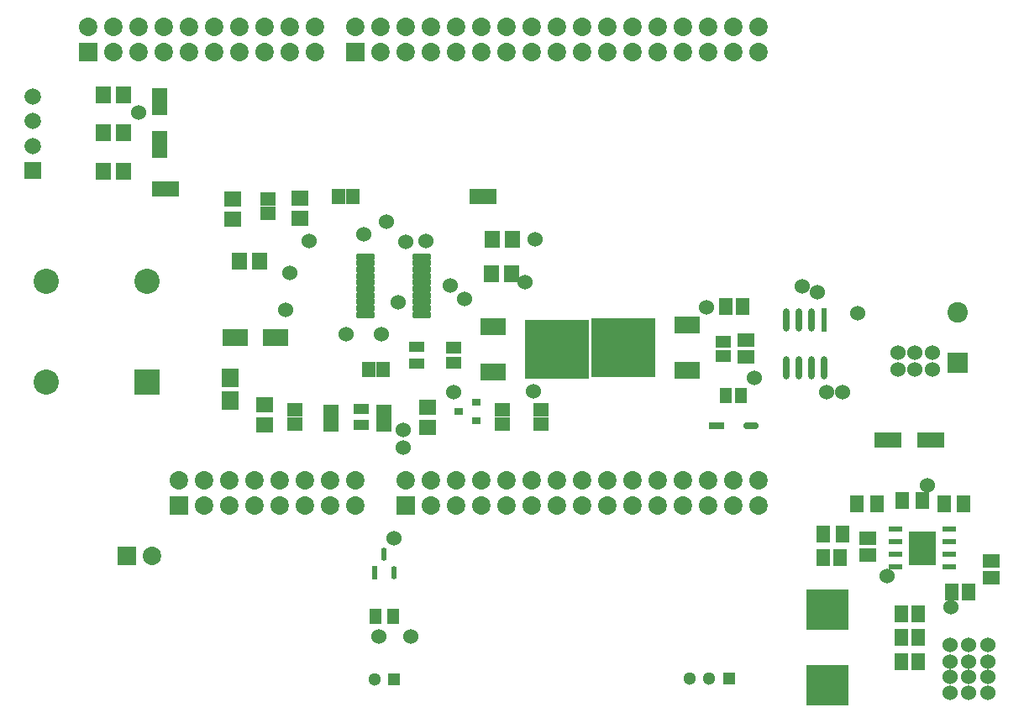
<source format=gts>
G04*
G04 #@! TF.GenerationSoftware,Altium Limited,Altium Designer,25.1.2 (22)*
G04*
G04 Layer_Color=8388736*
%FSLAX25Y25*%
%MOIN*%
G70*
G04*
G04 #@! TF.SameCoordinates,A459EDE3-80A4-426C-A58C-906856A2545A*
G04*
G04*
G04 #@! TF.FilePolarity,Negative*
G04*
G01*
G75*
%ADD16R,0.03827X0.03158*%
%ADD21R,0.06132X0.02923*%
G04:AMPARAMS|DCode=22|XSize=61.32mil|YSize=29.23mil|CornerRadius=14.62mil|HoleSize=0mil|Usage=FLASHONLY|Rotation=0.000|XOffset=0mil|YOffset=0mil|HoleType=Round|Shape=RoundedRectangle|*
%AMROUNDEDRECTD22*
21,1,0.06132,0.00000,0,0,0.0*
21,1,0.03209,0.02923,0,0,0.0*
1,1,0.02923,0.01604,0.00000*
1,1,0.02923,-0.01604,0.00000*
1,1,0.02923,-0.01604,0.00000*
1,1,0.02923,0.01604,0.00000*
%
%ADD22ROUNDEDRECTD22*%
%ADD24R,0.05600X0.02200*%
%ADD31R,0.09843X0.06693*%
G04:AMPARAMS|DCode=34|XSize=93.59mil|YSize=24.49mil|CornerRadius=12.25mil|HoleSize=0mil|Usage=FLASHONLY|Rotation=270.000|XOffset=0mil|YOffset=0mil|HoleType=Round|Shape=RoundedRectangle|*
%AMROUNDEDRECTD34*
21,1,0.09359,0.00000,0,0,270.0*
21,1,0.06909,0.02449,0,0,270.0*
1,1,0.02449,0.00000,-0.03455*
1,1,0.02449,0.00000,0.03455*
1,1,0.02449,0.00000,0.03455*
1,1,0.02449,0.00000,-0.03455*
%
%ADD34ROUNDEDRECTD34*%
%ADD35R,0.02449X0.09359*%
G04:AMPARAMS|DCode=36|XSize=53.36mil|YSize=22.14mil|CornerRadius=11.07mil|HoleSize=0mil|Usage=FLASHONLY|Rotation=90.000|XOffset=0mil|YOffset=0mil|HoleType=Round|Shape=RoundedRectangle|*
%AMROUNDEDRECTD36*
21,1,0.05336,0.00000,0,0,90.0*
21,1,0.03121,0.02214,0,0,90.0*
1,1,0.02214,0.00000,0.01561*
1,1,0.02214,0.00000,-0.01561*
1,1,0.02214,0.00000,-0.01561*
1,1,0.02214,0.00000,0.01561*
%
%ADD36ROUNDEDRECTD36*%
%ADD37R,0.02214X0.05336*%
%ADD39R,0.11024X0.06299*%
%ADD40R,0.07126X0.05945*%
%ADD41R,0.06732X0.07323*%
%ADD42R,0.06339X0.05354*%
%ADD43R,0.06339X0.04370*%
%ADD44R,0.06339X0.04961*%
%ADD45R,0.10700X0.13200*%
%ADD46R,0.05748X0.06732*%
%ADD47R,0.05748X0.06535*%
%ADD48R,0.04961X0.06339*%
%ADD49R,0.25354X0.23425*%
%ADD50R,0.10039X0.06535*%
%ADD51R,0.05945X0.07126*%
%ADD52R,0.05354X0.06339*%
G04:AMPARAMS|DCode=53|XSize=72.05mil|YSize=26.38mil|CornerRadius=7.14mil|HoleSize=0mil|Usage=FLASHONLY|Rotation=180.000|XOffset=0mil|YOffset=0mil|HoleType=Round|Shape=RoundedRectangle|*
%AMROUNDEDRECTD53*
21,1,0.07205,0.01211,0,0,180.0*
21,1,0.05778,0.02638,0,0,180.0*
1,1,0.01427,-0.02889,0.00605*
1,1,0.01427,0.02889,0.00605*
1,1,0.01427,0.02889,-0.00605*
1,1,0.01427,-0.02889,-0.00605*
%
%ADD53ROUNDEDRECTD53*%
%ADD54R,0.16772X0.16181*%
%ADD55R,0.06535X0.05748*%
%ADD56C,0.08110*%
%ADD57R,0.08110X0.08110*%
%ADD58R,0.07323X0.07323*%
%ADD59C,0.07323*%
%ADD60R,0.10000X0.10000*%
%ADD61C,0.10000*%
%ADD62C,0.06535*%
%ADD63R,0.06535X0.06535*%
%ADD64C,0.05118*%
%ADD65R,0.05118X0.05118*%
%ADD66C,0.06024*%
D16*
X185911Y114496D02*
D03*
Y121977D02*
D03*
X178943Y118236D02*
D03*
D21*
X281500Y112500D02*
D03*
D22*
X294889D02*
D03*
D24*
X373600Y56524D02*
D03*
Y61524D02*
D03*
Y66524D02*
D03*
Y71524D02*
D03*
X352400D02*
D03*
Y66524D02*
D03*
Y61524D02*
D03*
Y56524D02*
D03*
D31*
X106248Y147500D02*
D03*
X90500D02*
D03*
D34*
X324000Y135482D02*
D03*
X319000D02*
D03*
X314000D02*
D03*
X309000D02*
D03*
Y154518D02*
D03*
X314000D02*
D03*
X319000D02*
D03*
D35*
X324000D02*
D03*
D36*
X149500Y61644D02*
D03*
X153240Y54356D02*
D03*
D37*
X145760D02*
D03*
D39*
X349535Y107000D02*
D03*
X366465D02*
D03*
D40*
X166609Y111854D02*
D03*
Y119925D02*
D03*
X116000Y203035D02*
D03*
Y194965D02*
D03*
X89500Y194429D02*
D03*
Y202500D02*
D03*
X102000Y121035D02*
D03*
Y112965D02*
D03*
D41*
X88500Y131500D02*
D03*
Y122445D02*
D03*
D42*
X103500Y202500D02*
D03*
Y196988D02*
D03*
X60500Y221488D02*
D03*
Y227000D02*
D03*
X196372Y113232D02*
D03*
Y118744D02*
D03*
X114067Y113232D02*
D03*
Y118744D02*
D03*
X211833Y113232D02*
D03*
Y118744D02*
D03*
X128500Y112744D02*
D03*
Y118256D02*
D03*
X149500Y118256D02*
D03*
Y112744D02*
D03*
X60500Y244012D02*
D03*
Y238500D02*
D03*
D43*
X140500Y119248D02*
D03*
Y112752D02*
D03*
X162500Y137252D02*
D03*
Y143748D02*
D03*
D44*
X283913Y140043D02*
D03*
Y145949D02*
D03*
X177000Y143453D02*
D03*
Y137547D02*
D03*
D45*
X363000Y64024D02*
D03*
D46*
X355063Y83000D02*
D03*
X362937D02*
D03*
X344937Y81524D02*
D03*
X337063D02*
D03*
X371563D02*
D03*
X379437D02*
D03*
X331500Y69524D02*
D03*
X323626D02*
D03*
D47*
X291846Y160000D02*
D03*
X285154D02*
D03*
X361346Y38024D02*
D03*
X354654D02*
D03*
X361346Y19024D02*
D03*
X354654D02*
D03*
X361346Y28524D02*
D03*
X354654D02*
D03*
X330346Y60151D02*
D03*
X323654D02*
D03*
X374654Y46524D02*
D03*
X381346D02*
D03*
D48*
X290906Y124500D02*
D03*
X285000D02*
D03*
X153043Y37000D02*
D03*
X145957D02*
D03*
D49*
X244500Y143500D02*
D03*
X218000Y143000D02*
D03*
D50*
X269835Y134504D02*
D03*
Y152496D02*
D03*
X192665Y134004D02*
D03*
Y151996D02*
D03*
D51*
X192465Y186500D02*
D03*
X200535D02*
D03*
X191965Y173000D02*
D03*
X200035D02*
D03*
X91965Y178000D02*
D03*
X100035D02*
D03*
X46000Y213500D02*
D03*
X37929D02*
D03*
X46000Y229000D02*
D03*
X37929D02*
D03*
X46000Y244000D02*
D03*
X37929D02*
D03*
D52*
X186000Y203500D02*
D03*
X191512D02*
D03*
X137000D02*
D03*
X131488D02*
D03*
X59988Y206500D02*
D03*
X65500D02*
D03*
X143500Y135000D02*
D03*
X149012D02*
D03*
D53*
X141902Y156646D02*
D03*
Y159205D02*
D03*
Y161764D02*
D03*
Y164323D02*
D03*
Y166882D02*
D03*
Y169441D02*
D03*
Y172000D02*
D03*
Y174559D02*
D03*
Y177118D02*
D03*
Y179677D02*
D03*
X164500D02*
D03*
Y177118D02*
D03*
Y174559D02*
D03*
Y172000D02*
D03*
Y169441D02*
D03*
Y166882D02*
D03*
Y164323D02*
D03*
Y161764D02*
D03*
Y159205D02*
D03*
Y156646D02*
D03*
D54*
X325500Y9465D02*
D03*
Y39583D02*
D03*
D55*
X341500Y61177D02*
D03*
Y67870D02*
D03*
X390500Y52177D02*
D03*
Y58870D02*
D03*
X293000Y146500D02*
D03*
Y139807D02*
D03*
D56*
X377000Y157500D02*
D03*
D57*
Y137500D02*
D03*
D58*
X68000Y81000D02*
D03*
X158000D02*
D03*
X32000Y261000D02*
D03*
X138000D02*
D03*
X47500Y61000D02*
D03*
D59*
X78000Y81000D02*
D03*
X88000D02*
D03*
X98000D02*
D03*
X108000D02*
D03*
X118000D02*
D03*
X128000D02*
D03*
X138000D02*
D03*
X68000Y91000D02*
D03*
X78000D02*
D03*
X88000D02*
D03*
X98000D02*
D03*
X108000D02*
D03*
X118000D02*
D03*
X128000D02*
D03*
X138000D02*
D03*
X248000D02*
D03*
X298000D02*
D03*
X288000Y81000D02*
D03*
X298000D02*
D03*
X288000Y91000D02*
D03*
X278000D02*
D03*
X268000D02*
D03*
X258000D02*
D03*
X238000D02*
D03*
X228000D02*
D03*
X218000D02*
D03*
X208000D02*
D03*
X198000D02*
D03*
X188000D02*
D03*
X178000D02*
D03*
X168000D02*
D03*
X158000D02*
D03*
X278000Y81000D02*
D03*
X268000D02*
D03*
X258000D02*
D03*
X248000D02*
D03*
X238000D02*
D03*
X228000D02*
D03*
X218000D02*
D03*
X208000D02*
D03*
X198000D02*
D03*
X188000D02*
D03*
X178000D02*
D03*
X168000D02*
D03*
X122000Y271000D02*
D03*
X112000D02*
D03*
X102000D02*
D03*
X92000D02*
D03*
X82000D02*
D03*
X72000D02*
D03*
X62000D02*
D03*
X52000D02*
D03*
X42000D02*
D03*
X122000Y261000D02*
D03*
X112000D02*
D03*
X102000D02*
D03*
X92000D02*
D03*
X82000D02*
D03*
X72000D02*
D03*
X62000D02*
D03*
X52000D02*
D03*
X42000D02*
D03*
X32000Y271000D02*
D03*
X298000D02*
D03*
X288000D02*
D03*
X278000D02*
D03*
X268000D02*
D03*
X258000D02*
D03*
X248000D02*
D03*
X238000D02*
D03*
X228000D02*
D03*
X218000D02*
D03*
X208000D02*
D03*
X198000D02*
D03*
X188000D02*
D03*
X178000D02*
D03*
X168000D02*
D03*
X158000D02*
D03*
X148000D02*
D03*
X138000D02*
D03*
X298000Y261000D02*
D03*
X288000D02*
D03*
X278000D02*
D03*
X268000D02*
D03*
X258000D02*
D03*
X248000D02*
D03*
X238000D02*
D03*
X228000D02*
D03*
X218000D02*
D03*
X208000D02*
D03*
X198000D02*
D03*
X188000D02*
D03*
X178000D02*
D03*
X168000D02*
D03*
X158000D02*
D03*
X148000D02*
D03*
X57500Y61000D02*
D03*
D60*
X55500Y130000D02*
D03*
D61*
X15500D02*
D03*
X55500Y170000D02*
D03*
X15500D02*
D03*
D62*
X10000Y243343D02*
D03*
Y233500D02*
D03*
Y223657D02*
D03*
D63*
Y213815D02*
D03*
D64*
X145626Y12000D02*
D03*
X270626Y12138D02*
D03*
X278500D02*
D03*
D65*
X153500Y12000D02*
D03*
X286374Y12138D02*
D03*
D66*
X374500Y40500D02*
D03*
X349000Y53000D02*
D03*
X176943Y126000D02*
D03*
X158000Y185500D02*
D03*
X150500Y193500D02*
D03*
X157000Y104000D02*
D03*
Y111000D02*
D03*
X134500Y149000D02*
D03*
X296500Y131500D02*
D03*
X277500Y159500D02*
D03*
X52000Y237000D02*
D03*
X155000Y161500D02*
D03*
X148500Y149000D02*
D03*
X166000Y186000D02*
D03*
X153500Y68000D02*
D03*
X160000Y29000D02*
D03*
X147500D02*
D03*
X365000Y89000D02*
D03*
X374000Y25500D02*
D03*
X389000D02*
D03*
X381500D02*
D03*
X389000Y6500D02*
D03*
X381500D02*
D03*
X374000D02*
D03*
X389000Y13000D02*
D03*
X381500D02*
D03*
X374000D02*
D03*
X389000Y19000D02*
D03*
X381500D02*
D03*
X374000D02*
D03*
X353500Y135000D02*
D03*
Y141500D02*
D03*
X360000Y135000D02*
D03*
Y141500D02*
D03*
X367000Y135000D02*
D03*
Y141500D02*
D03*
X331500Y126000D02*
D03*
X325000D02*
D03*
X321500Y165500D02*
D03*
X315500Y168000D02*
D03*
X141500Y188500D02*
D03*
X111900Y173200D02*
D03*
X208600Y126200D02*
D03*
X110223Y158623D02*
D03*
X119600Y186000D02*
D03*
X337500Y157200D02*
D03*
X175600Y168300D02*
D03*
X209300Y186500D02*
D03*
X181300Y162800D02*
D03*
X205300Y169400D02*
D03*
M02*

</source>
